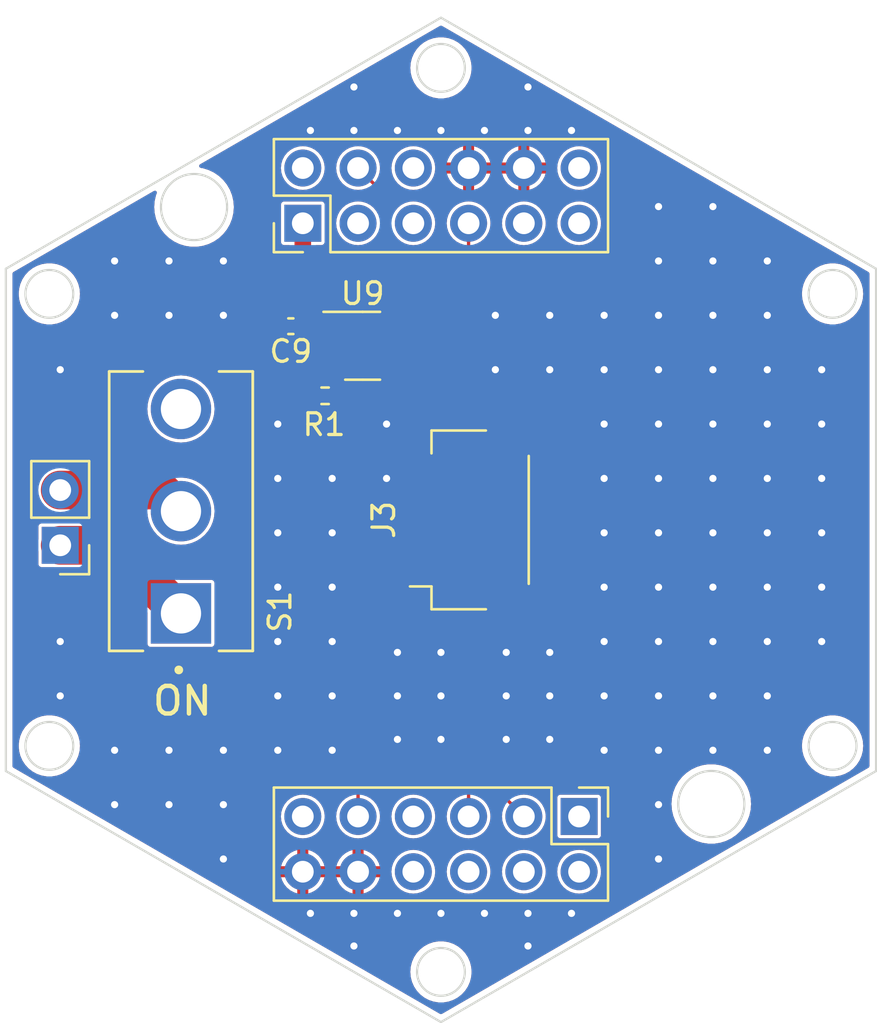
<source format=kicad_pcb>
(kicad_pcb (version 20240108) (generator "pcbnew") (generator_version "8.0")
  (layers (0 "F.Cu" signal) (31 "B.Cu" signal) (34 "B.Paste" user) (35 "F.Paste" user) (36 "B.SilkS" user "B.Silkscreen") (37 "F.SilkS" user "F.Silkscreen") (38 "B.Mask" user) (39 "F.Mask" user) (44 "Edge.Cuts" user))
  (net 0 "")
  (net 1 "GND")
  (net 2 "/LoRa_CS")
  (net 3 "+5V")
  (net 4 "/D8")
  (net 5 "/A5")
  (net 6 "/VBAT")
  (net 7 "+3V3")
  (net 8 "/BURN_EN")
  (net 9 "/A3")
  (net 10 "/SDA")
  (net 11 "/SCL")
  (net 12 "/A2")
  (net 13 "/D12")
  (net 14 "Net-(J4-Pin_1)")
  (net 15 "/BAT_BR")
  (net 16 "/D10")
  (net 17 "/MOSI")
  (net 18 "/D1")
  (net 19 "/SCK")
  (net 20 "/D2")
  (net 21 "/A4")
  (net 22 "/MISO")
  (net 23 "Net-(J4-Pin_2)")
  (net 26 "/D3")
  (footprint "Connector_JST:JST_SH_SM06B-SRSS-TB_1x06-1MP_P1.00mm_Horizontal" (layer "F.Cu") (at 151.51 100.10461 90)
    (property "Reference" "J3" (at 0 -3.98 90) (layer "F.SilkS"))
    (property "Value" "SM06B-SRSS-TB(LF)(SN)")
    (fp_line (start 4.11 -1.785) (end 3.06 -1.785) (stroke (width 0.12)) (layer "F.SilkS"))
    (fp_line (start -3.06 -1.785) (end -3.06 -2.775) (stroke (width 0.12)) (layer "F.SilkS"))
    (fp_line (start -4.11 -1.785) (end -3.06 -1.785) (stroke (width 0.12)) (layer "F.SilkS"))
    (fp_line (start 4.11 0.715) (end 4.11 -1.785) (stroke (width 0.12)) (layer "F.SilkS"))
    (fp_line (start -4.11 0.715) (end -4.11 -1.785) (stroke (width 0.12)) (layer "F.SilkS"))
    (fp_line (start -2.94 2.685) (end 2.94 2.685) (stroke (width 0.12)) (layer "F.SilkS"))
    (pad "1" smd roundrect (at -2.5 -2 90) (size 0.6 1.55) (layers "F.Cu" "F.Paste" "F.Mask") (net 1 "GND"))
    (pad "2" smd roundrect (at -1.5 -2 90) (size 0.6 1.55) (layers "F.Cu" "F.Paste" "F.Mask") (net 22 "/MISO"))
    (pad "3" smd roundrect (at -0.5 -2 90) (size 0.6 1.55) (layers "F.Cu" "F.Paste" "F.Mask") (net 19 "/SCK"))
    (pad "4" smd roundrect (at 0.5 -2 90) (size 0.6 1.55) (layers "F.Cu" "F.Paste" "F.Mask") (net 17 "/MOSI"))
    (pad "5" smd roundrect (at 1.5 -2 90) (size 0.6 1.55) (layers "F.Cu" "F.Paste" "F.Mask") (net 2 "/LoRa_CS"))
    (pad "6" smd roundrect (at 2.5 -2 90) (size 0.6 1.55) (layers "F.Cu" "F.Paste" "F.Mask") (net 7 "+3V3"))
    (pad "MP" smd roundrect (at -3.8 1.875 90) (size 1.2 1.8) (layers "F.Cu" "F.Paste" "F.Mask") (roundrect_rratio 0.2083333333) (net 1 "GND"))
    (pad "MP" smd roundrect (at 3.8 1.875 90) (size 1.2 1.8) (layers "F.Cu" "F.Paste" "F.Mask") (roundrect_rratio 0.2083333333) (net 1 "GND"))
  )
  (footprint "Package_TO_SOT_SMD:SOT-23-5" (layer "F.Cu") (at 146.56 92.098621)
    (property "Reference" "U9" (at 0 -2.4 0) (layer "F.SilkS"))
    (property "Value" "AP2112K-3.3")
    (fp_line (start 0 -1.56) (end -1.8 -1.56) (stroke (width 0.12)) (layer "F.SilkS"))
    (fp_line (start 0 -1.56) (end 0.8 -1.56) (stroke (width 0.12)) (layer "F.SilkS"))
    (fp_line (start 0 1.56) (end -0.8 1.56) (stroke (width 0.12)) (layer "F.SilkS"))
    (fp_line (start 0 1.56) (end 0.8 1.56) (stroke (width 0.12)) (layer "F.SilkS"))
    (pad "1" smd roundrect (at -1.1375 -0.95) (size 1.325 0.6) (layers "F.Cu" "F.Paste" "F.Mask") (net 6 "/VBAT"))
    (pad "2" smd roundrect (at -1.1375 0) (size 1.325 0.6) (layers "F.Cu" "F.Paste" "F.Mask") (net 1 "GND"))
    (pad "3" smd roundrect (at -1.1375 0.95) (size 1.325 0.6) (layers "F.Cu" "F.Paste" "F.Mask") (net 9 "/A3"))
    (pad "4" smd roundrect (at 1.1375 0.95) (size 1.325 0.6) (layers "F.Cu" "F.Paste" "F.Mask"))
    (pad "5" smd roundrect (at 1.1375 -0.95) (size 1.325 0.6) (layers "F.Cu" "F.Paste" "F.Mask") (net 7 "+3V3"))
  )
  (footprint "Connector_PinHeader_2.54mm:PinHeader_2x06_P2.54mm_Vertical" (layer "F.Cu") (at 143.81 86.465599 90)
    (property "Reference" "J1" (hide yes))
    (property "Value" "Conn_02x06_Odd_Even" (hide yes))
    (fp_line (start 3.87 -1.33) (end 3.87 14.03) (stroke (width 0.12)) (layer "F.SilkS"))
    (fp_line (start 1.27 -1.33) (end 3.87 -1.33) (stroke (width 0.12)) (layer "F.SilkS"))
    (fp_line (start -1.33 -1.33) (end 0 -1.33) (stroke (width 0.12)) (layer "F.SilkS"))
    (fp_line (start -1.33 0) (end -1.33 -1.33) (stroke (width 0.12)) (layer "F.SilkS"))
    (fp_line (start 1.27 1.27) (end 1.27 -1.33) (stroke (width 0.12)) (layer "F.SilkS"))
    (fp_line (start -1.33 1.27) (end 1.27 1.27) (stroke (width 0.12)) (layer "F.SilkS"))
    (fp_line (start -1.33 1.27) (end -1.33 14.03) (stroke (width 0.12)) (layer "F.SilkS"))
    (fp_line (start -1.33 14.03) (end 3.87 14.03) (stroke (width 0.12)) (layer "F.SilkS"))
    (pad "1" thru_hole rect (at 0 0 90) (size 1.7 1.7) (drill 1) (layers "*.Cu" "*.Mask") (net 6 "/VBAT"))
    (pad "2" thru_hole oval (at 2.54 0 90) (size 1.7 1.7) (drill 1) (layers "*.Cu" "*.Mask") (net 4 "/D8"))
    (pad "3" thru_hole oval (at 0 2.54 90) (size 1.7 1.7) (drill 1) (layers "*.Cu" "*.Mask") (net 5 "/A5"))
    (pad "4" thru_hole oval (at 2.54 2.54 90) (size 1.7 1.7) (drill 1) (layers "*.Cu" "*.Mask") (net 9 "/A3"))
    (pad "5" thru_hole oval (at 0 5.08 90) (size 1.7 1.7) (drill 1) (layers "*.Cu" "*.Mask") (net 3 "+5V"))
    (pad "6" thru_hole oval (at 2.54 5.08 90) (size 1.7 1.7) (drill 1) (layers "*.Cu" "*.Mask") (net 12 "/A2"))
    (pad "7" thru_hole oval (at 0 7.62 90) (size 1.7 1.7) (drill 1) (layers "*.Cu" "*.Mask") (net 2 "/LoRa_CS"))
    (pad "8" thru_hole oval (at 2.54 7.62 90) (size 1.7 1.7) (drill 1) (layers "*.Cu" "*.Mask") (net 1 "GND"))
    (pad "9" thru_hole oval (at 0 10.16 90) (size 1.7 1.7) (drill 1) (layers "*.Cu" "*.Mask") (net 8 "/BURN_EN"))
    (pad "10" thru_hole oval (at 2.54 10.16 90) (size 1.7 1.7) (drill 1) (layers "*.Cu" "*.Mask") (net 1 "GND"))
    (pad "11" thru_hole oval (at 0 12.7 90) (size 1.7 1.7) (drill 1) (layers "*.Cu" "*.Mask") (net 10 "/SDA"))
    (pad "12" thru_hole oval (at 2.54 12.7 90) (size 1.7 1.7) (drill 1) (layers "*.Cu" "*.Mask") (net 11 "/SCL"))
  )
  (footprint "Resistor_SMD:R_0402_1005Metric_Pad0.72x0.64mm_HandSolder" (layer "F.Cu") (at 144.835 94.398621 180)
    (property "Reference" "R1" (at 0.05 -1.325 0) (layer "F.SilkS"))
    (property "Value" "10k" (hide yes))
    (fp_line (start -0.167621 0.38) (end 0.167621 0.38) (stroke (width 0.12)) (layer "F.SilkS"))
    (fp_line (start -0.167621 -0.38) (end 0.167621 -0.38) (stroke (width 0.12)) (layer "F.SilkS"))
    (pad "1" smd roundrect (at -0.5975 0 180) (size 0.715 0.64) (layers "F.Cu" "F.Paste" "F.Mask") (net 9 "/A3"))
    (pad "2" smd roundrect (at 0.5975 0 180) (size 0.715 0.64) (layers "F.Cu" "F.Paste" "F.Mask") (net 1 "GND"))
  )
  (footprint "Connector_PinHeader_2.54mm:PinHeader_1x02_P2.54mm_Vertical" (layer "F.Cu") (at 132.66 101.273621 180)
    (property "Reference" "J4" (hide yes))
    (property "Value" "Battery")
    (fp_line (start 1.33 1.27) (end 1.33 3.87) (stroke (width 0.12)) (layer "F.SilkS"))
    (fp_line (start -1.33 3.87) (end 1.33 3.87) (stroke (width 0.12)) (layer "F.SilkS"))
    (fp_line (start -1.33 1.27) (end 1.33 1.27) (stroke (width 0.12)) (layer "F.SilkS"))
    (fp_line (start -1.33 1.27) (end -1.33 3.87) (stroke (width 0.12)) (layer "F.SilkS"))
    (fp_line (start -1.33 0) (end -1.33 -1.33) (stroke (width 0.12)) (layer "F.SilkS"))
    (fp_line (start -1.33 -1.33) (end 0 -1.33) (stroke (width 0.12)) (layer "F.SilkS"))
    (pad "1" thru_hole rect (at 0 0 180) (size 1.7 1.7) (drill 1) (layers "*.Cu" "*.Mask") (net 14 "Net-(J4-Pin_1)"))
    (pad "2" thru_hole oval (at 0 2.54 180) (size 1.7 1.7) (drill 1) (layers "*.Cu" "*.Mask") (net 23 "Net-(J4-Pin_2)"))
  )
  (footprint "Connector_PinHeader_2.54mm:PinHeader_2x06_P2.54mm_Vertical" (layer "F.Cu") (at 156.51 113.743621 -90)
    (property "Reference" "J2" (hide yes))
    (property "Value" "Conn_02x06_Odd_Even" (hide yes))
    (fp_line (start -1.33 14.03) (end 3.87 14.03) (stroke (width 0.12)) (layer "F.SilkS"))
    (fp_line (start -1.33 1.27) (end -1.33 14.03) (stroke (width 0.12)) (layer "F.SilkS"))
    (fp_line (start -1.33 1.27) (end 1.27 1.27) (stroke (width 0.12)) (layer "F.SilkS"))
    (fp_line (start 1.27 1.27) (end 1.27 -1.33) (stroke (width 0.12)) (layer "F.SilkS"))
    (fp_line (start -1.33 0) (end -1.33 -1.33) (stroke (width 0.12)) (layer "F.SilkS"))
    (fp_line (start -1.33 -1.33) (end 0 -1.33) (stroke (width 0.12)) (layer "F.SilkS"))
    (fp_line (start 1.27 -1.33) (end 3.87 -1.33) (stroke (width 0.12)) (layer "F.SilkS"))
    (fp_line (start 3.87 -1.33) (end 3.87 14.03) (stroke (width 0.12)) (layer "F.SilkS"))
    (pad "1" thru_hole rect (at 0 0 270) (size 1.7 1.7) (drill 1) (layers "*.Cu" "*.Mask") (net 13 "/D12"))
    (pad "2" thru_hole oval (at 2.54 0 270) (size 1.7 1.7) (drill 1) (layers "*.Cu" "*.Mask") (net 16 "/D10"))
    (pad "3" thru_hole oval (at 0 2.54 270) (size 1.7 1.7) (drill 1) (layers "*.Cu" "*.Mask") (net 17 "/MOSI"))
    (pad "4" thru_hole oval (at 2.54 2.54 270) (size 1.7 1.7) (drill 1) (layers "*.Cu" "*.Mask") (net 18 "/D1"))
    (pad "5" thru_hole oval (at 0 5.08 270) (size 1.7 1.7) (drill 1) (layers "*.Cu" "*.Mask") (net 19 "/SCK"))
    (pad "6" thru_hole oval (at 2.54 5.08 270) (size 1.7 1.7) (drill 1) (layers "*.Cu" "*.Mask") (net 26 "/D3"))
    (pad "7" thru_hole oval (at 0 7.62 270) (size 1.7 1.7) (drill 1) (layers "*.Cu" "*.Mask") (net 20 "/D2"))
    (pad "8" thru_hole oval (at 2.54 7.62 270) (size 1.7 1.7) (drill 1) (layers "*.Cu" "*.Mask") (net 21 "/A4"))
    (pad "9" thru_hole oval (at 0 10.16 270) (size 1.7 1.7) (drill 1) (layers "*.Cu" "*.Mask") (net 22 "/MISO"))
    (pad "10" thru_hole oval (at 2.54 10.16 270) (size 1.7 1.7) (drill 1) (layers "*.Cu" "*.Mask") (net 1 "GND"))
    (pad "11" thru_hole oval (at 0 12.7 270) (size 1.7 1.7) (drill 1) (layers "*.Cu" "*.Mask") (net 15 "/BAT_BR"))
    (pad "12" thru_hole oval (at 2.54 12.7 270) (size 1.7 1.7) (drill 1) (layers "*.Cu" "*.Mask") (net 1 "GND"))
  )
  (footprint "Mylib:SW_500SSP1S2M2QEA" (layer "F.Cu") (at 138.21 99.70461 90)
    (property "Reference" "S1" (at -4.619011 4.55 90) (layer "F.SilkS"))
    (property "Value" "500SSP1S2M2QEA")
    (fp_line (start 6.425 -3.3) (end 6.425 -1.75) (stroke (width 0.127)) (layer "F.SilkS"))
    (fp_line (start -6.425 -3.3) (end 6.425 -3.3) (stroke (width 0.127)) (layer "F.SilkS"))
    (fp_line (start -6.425 -1.75) (end -6.425 -3.3) (stroke (width 0.127)) (layer "F.SilkS"))
    (fp_line (start 6.425 1.75) (end 6.425 3.3) (stroke (width 0.127)) (layer "F.SilkS"))
    (fp_line (start 6.425 3.3) (end -6.425 3.3) (stroke (width 0.127)) (layer "F.SilkS"))
    (fp_line (start -6.425 3.3) (end -6.425 1.75) (stroke (width 0.127)) (layer "F.SilkS"))
    (fp_circle (center -7.3 -0.1) (end -7.2 -0.1) (stroke (width 0.2)) (fill none) (layer "F.SilkS"))
    (pad "1" thru_hole rect (at -4.7 0 90) (size 2.775 2.775) (drill 1.85) (layers "*.Cu" "*.Mask") (net 14 "Net-(J4-Pin_1)"))
    (pad "2" thru_hole circle (at 0 0 90) (size 2.775 2.775) (drill 1.85) (layers "*.Cu" "*.Mask") (net 23 "Net-(J4-Pin_2)"))
    (pad "3" thru_hole circle (at 4.7 0 90) (size 2.775 2.775) (drill 1.85) (layers "*.Cu" "*.Mask"))
  )
  (footprint "Capacitor_SMD:C_0402_1005Metric_Pad0.74x0.62mm_HandSolder" (layer "F.Cu") (at 143.26 91.198621 180)
    (property "Reference" "C9" (at 0 -1.16 0) (layer "F.SilkS"))
    (property "Value" "0.1uF")
    (fp_line (start -0.115835 0.36) (end 0.115835 0.36) (stroke (width 0.12)) (layer "F.SilkS"))
    (fp_line (start -0.115835 -0.36) (end 0.115835 -0.36) (stroke (width 0.12)) (layer "F.SilkS"))
    (pad "1" smd roundrect (at -0.5675 0 180) (size 0.735 0.62) (layers "F.Cu" "F.Paste" "F.Mask") (net 6 "/VBAT"))
    (pad "2" smd roundrect (at 0.5675 0 180) (size 0.735 0.62) (layers "F.Cu" "F.Paste" "F.Mask") (net 1 "GND"))
  )
  (gr_line (start 130.16 88.557605) (end 130.16 111.651615) (stroke (width 0.1)) (layer "Edge.Cuts"))
  (gr_circle (center 168.16 110.496915) (end 169.26 110.496915) (stroke (width 0.1)) (fill none) (layer "Edge.Cuts"))
  (gr_circle (center 138.81 85.719311) (end 139.06 84.219311) (stroke (width 0.1)) (fill none) (layer "Edge.Cuts"))
  (gr_line (start 130.16 111.651615) (end 150.16 123.198621) (stroke (width 0.1)) (layer "Edge.Cuts"))
  (gr_circle (center 168.16 89.712305) (end 169.26 89.712305) (stroke (width 0.1)) (fill none) (layer "Edge.Cuts"))
  (gr_circle (center 132.16 89.712305) (end 133.26 89.712305) (stroke (width 0.1)) (fill none) (layer "Edge.Cuts"))
  (gr_line (start 150.16 77.010599) (end 130.16 88.557605) (stroke (width 0.1)) (layer "Edge.Cuts"))
  (gr_line (start 170.16 88.557605) (end 150.16 77.010599) (stroke (width 0.1)) (layer "Edge.Cuts"))
  (gr_circle (center 150.16 79.32) (end 151.26 79.32) (stroke (width 0.1)) (fill none) (layer "Edge.Cuts"))
  (gr_circle (center 162.585 113.169311) (end 162.835 111.669311) (stroke (width 0.1)) (fill none) (layer "Edge.Cuts"))
  (gr_circle (center 150.16 120.88922) (end 151.26 120.88922) (stroke (width 0.1)) (fill none) (layer "Edge.Cuts"))
  (gr_line (start 170.16 111.651615) (end 170.16 88.557605) (stroke (width 0.1)) (layer "Edge.Cuts"))
  (gr_line (start 150.16 123.198621) (end 170.16 111.651615) (stroke (width 0.1)) (layer "Edge.Cuts"))
  (gr_circle (center 132.16 110.496915) (end 133.26 110.496915) (stroke (width 0.1)) (fill none) (layer "Edge.Cuts"))
  (gr_text "ON" (at 136.81 109.173621 0) (layer "F.SilkS") (effects (font (size 1.27 1.27) (thickness 0.2032)) (justify left bottom)))
  (via (at 137.66 90.698621) (size 0.6604) (drill 0.3302) (layers "F.Cu" "B.Cu") (net 1))
  (via (at 160.16 113.198621) (size 0.6604) (drill 0.3302) (layers "F.Cu" "B.Cu") (net 1))
  (via (at 132.66 108.198621) (size 0.6604) (drill 0.3302) (layers "F.Cu" "B.Cu") (net 1))
  (via (at 160.16 103.198621) (size 0.6604) (drill 0.3302) (layers "F.Cu" "B.Cu") (net 1))
  (via (at 152.16 118.198621) (size 0.6604) (drill 0.3302) (layers "F.Cu" "B.Cu") (net 1))
  (via (at 165.16 105.698621) (size 0.6604) (drill 0.3302) (layers "F.Cu" "B.Cu") (net 1))
  (via (at 160.16 88.198621) (size 0.6604) (drill 0.3302) (layers "F.Cu" "B.Cu") (net 1))
  (via (at 142.66 108.198621) (size 0.6604) (drill 0.3302) (layers "F.Cu" "B.Cu") (net 1))
  (via (at 157.66 110.698621) (size 0.6604) (drill 0.3302) (layers "F.Cu" "B.Cu") (net 1))
  (via (at 165.16 88.198621) (size 0.6604) (drill 0.3302) (layers "F.Cu" "B.Cu") (net 1))
  (via (at 150.16 82.198621) (size 0.6604) (drill 0.3302) (layers "F.Cu" "B.Cu") (net 1))
  (via (at 147.66 98.198621) (size 0.6604) (drill 0.3302) (layers "F.Cu" "B.Cu") (net 1))
  (via (at 167.66 93.198621) (size 0.6604) (drill 0.3302) (layers "F.Cu" "B.Cu") (net 1))
  (via (at 132.66 93.198621) (size 0.6604) (drill 0.3302) (layers "F.Cu" "B.Cu") (net 1))
  (via (at 145.16 98.198621) (size 0.6604) (drill 0.3302) (layers "F.Cu" "B.Cu") (net 1))
  (via (at 157.66 90.698621) (size 0.6604) (drill 0.3302) (layers "F.Cu" "B.Cu") (net 1))
  (via (at 167.66 98.198621) (size 0.6604) (drill 0.3302) (layers "F.Cu" "B.Cu") (net 1))
  (via (at 142.66 103.198621) (size 0.6604) (drill 0.3302) (layers "F.Cu" "B.Cu") (net 1))
  (via (at 157.66 103.198621) (size 0.6604) (drill 0.3302) (layers "F.Cu" "B.Cu") (net 1))
  (via (at 157.66 100.698621) (size 0.6604) (drill 0.3302) (layers "F.Cu" "B.Cu") (net 1))
  (via (at 137.66 110.698621) (size 0.6604) (drill 0.3302) (layers "F.Cu" "B.Cu") (net 1))
  (via (at 165.16 98.198621) (size 0.6604) (drill 0.3302) (layers "F.Cu" "B.Cu") (net 1))
  (via (at 140.16 90.698621) (size 0.6604) (drill 0.3302) (layers "F.Cu" "B.Cu") (net 1))
  (via (at 153.16 108.198621) (size 0.6604) (drill 0.3302) (layers "F.Cu" "B.Cu") (net 1))
  (via (at 162.66 110.698621) (size 0.6604) (drill 0.3302) (layers "F.Cu" "B.Cu") (net 1))
  (via (at 135.16 88.198621) (size 0.6604) (drill 0.3302) (layers "F.Cu" "B.Cu") (net 1))
  (via (at 140.16 110.698621) (size 0.6604) (drill 0.3302) (layers "F.Cu" "B.Cu") (net 1))
  (via (at 165.16 95.698621) (size 0.6604) (drill 0.3302) (layers "F.Cu" "B.Cu") (net 1))
  (via (at 160.16 115.698621) (size 0.6604) (drill 0.3302) (layers "F.Cu" "B.Cu") (net 1))
  (via (at 135.16 90.698621) (size 0.6604) (drill 0.3302) (layers "F.Cu" "B.Cu") (net 1))
  (via (at 142.66 105.698621) (size 0.6604) (drill 0.3302) (layers "F.Cu" "B.Cu") (net 1))
  (via (at 142.66 110.698621) (size 0.6604) (drill 0.3302) (layers "F.Cu" "B.Cu") (net 1))
  (via (at 160.16 90.698621) (size 0.6604) (drill 0.3302) (layers "F.Cu" "B.Cu") (net 1))
  (via (at 145.16 105.698621) (size 0.6604) (drill 0.3302) (layers "F.Cu" "B.Cu") (net 1))
  (via (at 165.16 103.198621) (size 0.6604) (drill 0.3302) (layers "F.Cu" "B.Cu") (net 1))
  (via (at 154.16 80.198621) (size 0.6604) (drill 0.3302) (layers "F.Cu" "B.Cu") (net 1))
  (via (at 146.16 82.198621) (size 0.6604) (drill 0.3302) (layers "F.Cu" "B.Cu") (net 1))
  (via (at 165.16 110.698621) (size 0.6604) (drill 0.3302) (layers "F.Cu" "B.Cu") (net 1))
  (via (at 146.16 80.198621) (size 0.6604) (drill 0.3302) (layers "F.Cu" "B.Cu") (net 1))
  (via (at 160.16 98.198621) (size 0.6604) (drill 0.3302) (layers "F.Cu" "B.Cu") (net 1))
  (via (at 147.66 95.698621) (size 0.6604) (drill 0.3302) (layers "F.Cu" "B.Cu") (net 1))
  (via (at 140.16 115.698621) (size 0.6604) (drill 0.3302) (layers "F.Cu" "B.Cu") (net 1))
  (via (at 146.16 118.198621) (size 0.6604) (drill 0.3302) (layers "F.Cu" "B.Cu") (net 1))
  (via (at 156.16 82.198621) (size 0.6604) (drill 0.3302) (layers "F.Cu" "B.Cu") (net 1))
  (via (at 157.66 93.198621) (size 0.6604) (drill 0.3302) (layers "F.Cu" "B.Cu") (net 1))
  (via (at 148.16 108.198621) (size 0.6604) (drill 0.3302) (layers "F.Cu" "B.Cu") (net 1))
  (via (at 162.66 105.698621) (size 0.6604) (drill 0.3302) (layers "F.Cu" "B.Cu") (net 1))
  (via (at 155.16 90.698621) (size 0.6604) (drill 0.3302) (layers "F.Cu" "B.Cu") (net 1))
  (via (at 142.66 98.198621) (size 0.6604) (drill 0.3302) (layers "F.Cu" "B.Cu") (net 1))
  (via (at 145.16 100.698621) (size 0.6604) (drill 0.3302) (layers "F.Cu" "B.Cu") (net 1))
  (via (at 160.16 95.698621) (size 0.6604) (drill 0.3302) (layers "F.Cu" "B.Cu") (net 1))
  (via (at 154.16 82.198621) (size 0.6604) (drill 0.3302) (layers "F.Cu" "B.Cu") (net 1))
  (via (at 140.16 113.198621) (size 0.6604) (drill 0.3302) (layers "F.Cu" "B.Cu") (net 1))
  (via (at 160.16 100.698621) (size 0.6604) (drill 0.3302) (layers "F.Cu" "B.Cu") (net 1))
  (via (at 157.66 108.198621) (size 0.6604) (drill 0.3302) (layers "F.Cu" "B.Cu") (net 1))
  (via (at 154.16 119.698621) (size 0.6604) (drill 0.3302) (layers "F.Cu" "B.Cu") (net 1))
  (via (at 162.66 100.698621) (size 0.6604) (drill 0.3302) (layers "F.Cu" "B.Cu") (net 1))
  (via (at 162.66 103.198621) (size 0.6604) (drill 0.3302) (layers "F.Cu" "B.Cu") (net 1))
  (via (at 154.16 118.198621) (size 0.6604) (drill 0.3302) (layers "F.Cu" "B.Cu") (net 1))
  (via (at 153.16 106.198621) (size 0.6604) (drill 0.3302) (layers "F.Cu" "B.Cu") (net 1))
  (via (at 142.66 95.698621) (size 0.6604) (drill 0.3302) (layers "F.Cu" "B.Cu") (net 1))
  (via (at 152.66 90.698621) (size 0.6604) (drill 0.3302) (layers "F.Cu" "B.Cu") (net 1))
  (via (at 162.66 108.198621) (size 0.6604) (drill 0.3302) (layers "F.Cu" "B.Cu") (net 1))
  (via (at 150.16 110.198621) (size 0.6604) (drill 0.3302) (layers "F.Cu" "B.Cu") (net 1))
  (via (at 148.16 82.198621) (size 0.6604) (drill 0.3302) (layers "F.Cu" "B.Cu") (net 1))
  (via (at 165.16 93.198621) (size 0.6604) (drill 0.3302) (layers "F.Cu" "B.Cu") (net 1))
  (via (at 157.66 105.698621) (size 0.6604) (drill 0.3302) (layers "F.Cu" "B.Cu") (net 1))
  (via (at 145.16 103.198621) (size 0.6604) (drill 0.3302) (layers "F.Cu" "B.Cu") (net 1))
  (via (at 162.66 95.698621) (size 0.6604) (drill 0.3302) (layers "F.Cu" "B.Cu") (net 1))
  (via (at 157.66 98.198621) (size 0.6604) (drill 0.3302) (layers "F.Cu" "B.Cu") (net 1))
  (via (at 167.66 100.698621) (size 0.6604) (drill 0.3302) (layers "F.Cu" "B.Cu") (net 1))
  (via (at 162.66 93.198621) (size 0.6604) (drill 0.3302) (layers "F.Cu" "B.Cu") (net 1))
  (via (at 155.16 106.198621) (size 0.6604) (drill 0.3302) (layers "F.Cu" "B.Cu") (net 1))
  (via (at 137.66 113.198621) (size 0.6604) (drill 0.3302) (layers "F.Cu" "B.Cu") (net 1))
  (via (at 135.16 113.198621) (size 0.6604) (drill 0.3302) (layers "F.Cu" "B.Cu") (net 1))
  (via (at 148.16 110.198621) (size 0.6604) (drill 0.3302) (layers "F.Cu" "B.Cu") (net 1))
  (via (at 167.66 95.698621) (size 0.6604) (drill 0.3302) (layers "F.Cu" "B.Cu") (net 1))
  (via (at 142.66 100.698621) (size 0.6604) (drill 0.3302) (layers "F.Cu" "B.Cu") (net 1))
  (via (at 145.16 108.198621) (size 0.6604) (drill 0.3302) (layers "F.Cu" "B.Cu") (net 1))
  (via (at 148.16 106.198621) (size 0.6604) (drill 0.3302) (layers "F.Cu" "B.Cu") (net 1))
  (via (at 160.16 110.698621) (size 0.6604) (drill 0.3302) (layers "F.Cu" "B.Cu") (net 1))
  (via (at 140.16 88.198621) (size 0.6604) (drill 0.3302) (layers "F.Cu" "B.Cu") (net 1))
  (via (at 160.16 108.198621) (size 0.6604) (drill 0.3302) (layers "F.Cu" "B.Cu") (net 1))
  (via (at 157.66 95.698621) (size 0.6604) (drill 0.3302) (layers "F.Cu" "B.Cu") (net 1))
  (via (at 144.16 82.198621) (size 0.6604) (drill 0.3302) (layers "F.Cu" "B.Cu") (net 1))
  (via (at 148.16 118.198621) (size 0.6604) (drill 0.3302) (layers "F.Cu" "B.Cu") (net 1))
  (via (at 156.16 118.198621) (size 0.6604) (drill 0.3302) (layers "F.Cu" "B.Cu") (net 1))
  (via (at 162.66 85.698621) (size 0.6604) (drill 0.3302) (layers "F.Cu" "B.Cu") (net 1))
  (via (at 165.16 108.198621) (size 0.6604) (drill 0.3302) (layers "F.Cu" "B.Cu") (net 1))
  (via (at 135.16 110.698621) (size 0.6604) (drill 0.3302) (layers "F.Cu" "B.Cu") (net 1))
  (via (at 155.16 108.198621) (size 0.6604) (drill 0.3302) (layers "F.Cu" "B.Cu") (net 1))
  (via (at 137.66 88.198621) (size 0.6604) (drill 0.3302) (layers "F.Cu" "B.Cu") (net 1))
  (via (at 146.16 119.698621) (size 0.6604) (drill 0.3302) (layers "F.Cu" "B.Cu") (net 1))
  (via (at 150.16 106.198621) (size 0.6604) (drill 0.3302) (layers "F.Cu" "B.Cu") (net 1))
  (via (at 162.66 90.698621) (size 0.6604) (drill 0.3302) (layers "F.Cu" "B.Cu") (net 1))
  (via (at 160.16 85.698621) (size 0.6604) (drill 0.3302) (layers "F.Cu" "B.Cu") (net 1))
  (via (at 162.66 98.198621) (size 0.6604) (drill 0.3302) (layers "F.Cu" "B.Cu") (net 1))
  (via (at 165.16 90.698621) (size 0.6604) (drill 0.3302) (layers "F.Cu" "B.Cu") (net 1))
  (via (at 155.16 93.198621) (size 0.6604) (drill 0.3302) (layers "F.Cu" "B.Cu") (net 1))
  (via (at 165.16 100.698621) (size 0.6604) (drill 0.3302) (layers "F.Cu" "B.Cu") (net 1))
  (via (at 160.16 93.198621) (size 0.6604) (drill 0.3302) (layers "F.Cu" "B.Cu") (net 1))
  (via (at 152.16 82.198621) (size 0.6604) (drill 0.3302) (layers "F.Cu" "B.Cu") (net 1))
  (via (at 150.16 118.198621) (size 0.6604) (drill 0.3302) (layers "F.Cu" "B.Cu") (net 1))
  (via (at 162.66 88.198621) (size 0.6604) (drill 0.3302) (layers "F.Cu" "B.Cu") (net 1))
  (via (at 144.16 118.198621) (size 0.6604) (drill 0.3302) (layers "F.Cu" "B.Cu") (net 1))
  (via (at 152.66 93.198621) (size 0.6604) (drill 0.3302) (layers "F.Cu" "B.Cu") (net 1))
  (via (at 150.16 108.198621) (size 0.6604) (drill 0.3302) (layers "F.Cu" "B.Cu") (net 1))
  (via (at 132.66 105.698621) (size 0.6604) (drill 0.3302) (layers "F.Cu" "B.Cu") (net 1))
  (via (at 145.16 110.698621) (size 0.6604) (drill 0.3302) (layers "F.Cu" "B.Cu") (net 1))
  (via (at 153.16 110.198621) (size 0.6604) (drill 0.3302) (layers "F.Cu" "B.Cu") (net 1))
  (via (at 167.66 103.198621) (size 0.6604) (drill 0.3302) (layers "F.Cu" "B.Cu") (net 1))
  (via (at 167.66 105.698621) (size 0.6604) (drill 0.3302) (layers "F.Cu" "B.Cu") (net 1))
  (via (at 155.16 110.198621) (size 0.6604) (drill 0.3302) (layers "F.Cu" "B.Cu") (net 1))
  (via (at 160.16 105.698621) (size 0.6604) (drill 0.3302) (layers "F.Cu" "B.Cu") (net 1))
  (segment (start 150.529011 98.60461) (end 149.51 98.60461) (width 0.1524) (layer "F.Cu") (net 2))
  (segment (start 151.43 86.465599) (end 151.43 97.703621) (width 0.1524) (layer "F.Cu") (net 2))
  (segment (start 151.43 97.703621) (end 150.529011 98.60461) (width 0.1524) (layer "F.Cu") (net 2))
  (segment (start 143.8275 91.198621) (end 145.3725 91.198621) (width 0.762) (layer "F.Cu") (net 6))
  (segment (start 143.81 86.465599) (end 143.81 91.181121) (width 0.762) (layer "F.Cu") (net 6))
  (segment (start 143.81 91.181121) (end 143.8275 91.198621) (width 0.762) (layer "F.Cu") (net 6))
  (segment (start 149.51 97.60461) (end 149.51 92.248621) (width 0.635) (layer "F.Cu") (net 7))
  (segment (start 148.41 91.148621) (end 147.6975 91.148621) (width 0.635) (layer "F.Cu") (net 7))
  (segment (start 149.51 92.248621) (end 148.41 91.148621) (width 0.635) (layer "F.Cu") (net 7))
  (segment (start 147.635 85.210599) (end 146.35 83.925599) (width 0.1524) (layer "F.Cu") (net 9))
  (segment (start 145.4325 94.398621) (end 145.4325 93.058621) (width 0.1524) (layer "F.Cu") (net 9))
  (segment (start 147.635 87.598621) (end 147.635 85.210599) (width 0.1524) (layer "F.Cu") (net 9))
  (segment (start 145.4225 93.048621) (end 146.06 93.048621) (width 0.1524) (layer "F.Cu") (net 9))
  (segment (start 146.06 93.048621) (end 146.585 92.523621) (width 0.1524) (layer "F.Cu") (net 9))
  (segment (start 146.585 92.523621) (end 146.585 88.648621) (width 0.1524) (layer "F.Cu") (net 9))
  (segment (start 145.4325 93.058621) (end 145.4225 93.048621) (width 0.1524) (layer "F.Cu") (net 9))
  (segment (start 146.585 88.648621) (end 147.635 87.598621) (width 0.1524) (layer "F.Cu") (net 9))
  (segment (start 135.079011 101.273621) (end 138.21 104.40461) (width 1.778) (layer "F.Cu") (net 14))
  (segment (start 132.66 101.273621) (end 135.079011 101.273621) (width 1.778) (layer "F.Cu") (net 14))
  (segment (start 152.05 100.738621) (end 152.05 111.823621) (width 0.1524) (layer "F.Cu") (net 17))
  (segment (start 152.05 111.823621) (end 153.97 113.743621) (width 0.1524) (layer "F.Cu") (net 17))
  (segment (start 150.915989 99.60461) (end 152.05 100.738621) (width 0.1524) (layer "F.Cu") (net 17))
  (segment (start 149.51 99.60461) (end 150.915989 99.60461) (width 0.1524) (layer "F.Cu") (net 17))
  (segment (start 151.43 113.743621) (end 151.43 101.143621) (width 0.1524) (layer "F.Cu") (net 19))
  (segment (start 150.890989 100.60461) (end 149.51 100.60461) (width 0.1524) (layer "F.Cu") (net 19))
  (segment (start 151.43 101.143621) (end 150.890989 100.60461) (width 0.1524) (layer "F.Cu") (net 19))
  (segment (start 146.35 103.633621) (end 146.35 113.743621) (width 0.1524) (layer "F.Cu") (net 22))
  (segment (start 148.379011 101.60461) (end 146.35 103.633621) (width 0.1524) (layer "F.Cu") (net 22))
  (segment (start 149.51 101.60461) (end 148.379011 101.60461) (width 0.1524) (layer "F.Cu") (net 22))
  (segment (start 137.239011 98.733621) (end 138.21 99.70461) (width 1.778) (layer "F.Cu") (net 23))
  (segment (start 132.66 98.733621) (end 137.239011 98.733621) (width 1.778) (layer "F.Cu") (net 23))
  (zone (net 1) (net_name "GND") (layer "F.Cu") (connect_pads (clearance 0.1524)) (min_thickness 0.1778) (fill yes (thermal_gap 0.1778) (thermal_bridge_width 0.508))
    (polygon (pts (xy 170.16 123.198621) (xy 130.16 123.198621) (xy 130.16 76.198621) (xy 170.16 76.198621)))
  )
  (zone (net 1) (net_name "GND") (layer "B.Cu") (connect_pads (clearance 0.1524)) (min_thickness 0.1778) (fill yes (thermal_gap 0.1778) (thermal_bridge_width 0.254))
    (polygon (pts (xy 130.16 76.198621) (xy 170.16 76.198621) (xy 170.16 123.198621) (xy 130.16 123.198621)))
  )
)
</source>
